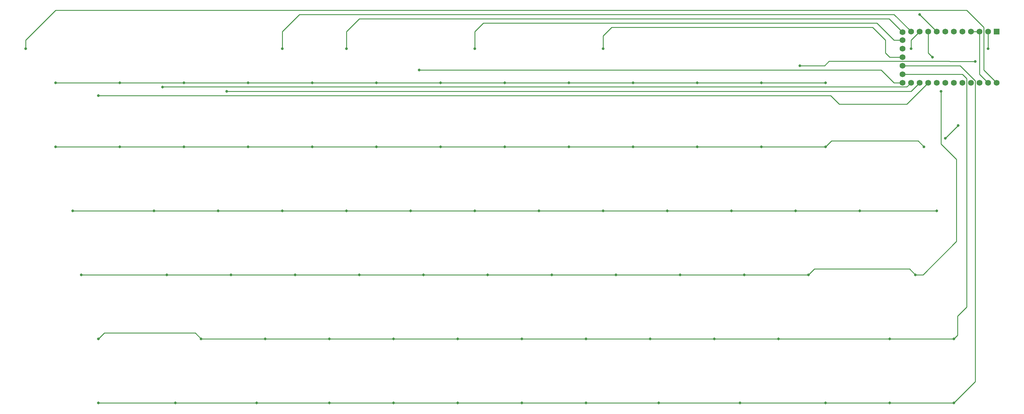
<source format=gbr>
G04 #@! TF.GenerationSoftware,KiCad,Pcbnew,(5.1.6)-1*
G04 #@! TF.CreationDate,2020-08-27T21:51:50+09:00*
G04 #@! TF.ProjectId,keyboard-layouter-playground,6b657962-6f61-4726-942d-6c61796f7574,rev?*
G04 #@! TF.SameCoordinates,Original*
G04 #@! TF.FileFunction,Copper,L1,Top*
G04 #@! TF.FilePolarity,Positive*
%FSLAX46Y46*%
G04 Gerber Fmt 4.6, Leading zero omitted, Abs format (unit mm)*
G04 Created by KiCad (PCBNEW (5.1.6)-1) date 2020-08-27 21:51:50*
%MOMM*%
%LPD*%
G01*
G04 APERTURE LIST*
G04 #@! TA.AperFunction,ComponentPad*
%ADD10C,1.752600*%
G04 #@! TD*
G04 #@! TA.AperFunction,ComponentPad*
%ADD11R,1.752600X1.752600*%
G04 #@! TD*
G04 #@! TA.AperFunction,ViaPad*
%ADD12C,0.800000*%
G04 #@! TD*
G04 #@! TA.AperFunction,Conductor*
%ADD13C,0.250000*%
G04 #@! TD*
G04 APERTURE END LIST*
D10*
G04 #@! TO.P,U1,25*
G04 #@! TO.N,Col7*
X252730000Y5080000D03*
G04 #@! TO.P,U1,26*
G04 #@! TO.N,Row1*
X252730000Y2540000D03*
G04 #@! TO.P,U1,27*
G04 #@! TO.N,Col9*
X252730000Y0D03*
G04 #@! TO.P,U1,28*
G04 #@! TO.N,Row5*
X252730000Y-2540000D03*
G04 #@! TO.P,U1,29*
G04 #@! TO.N,Row4*
X252730000Y-5080000D03*
G04 #@! TO.P,U1,24*
G04 #@! TO.N,Col0*
X280670000Y-7620000D03*
G04 #@! TO.P,U1,12*
G04 #@! TO.N,Col5*
X252730000Y7391400D03*
G04 #@! TO.P,U1,23*
G04 #@! TO.N,GND*
X278130000Y-7620000D03*
G04 #@! TO.P,U1,22*
G04 #@! TO.N,Net-(SW_RST1-Pad1)*
X275590000Y-7620000D03*
G04 #@! TO.P,U1,21*
G04 #@! TO.N,N/C*
X273050000Y-7620000D03*
G04 #@! TO.P,U1,20*
X270510000Y-7620000D03*
G04 #@! TO.P,U1,19*
X267970000Y-7620000D03*
G04 #@! TO.P,U1,18*
X265430000Y-7620000D03*
G04 #@! TO.P,U1,17*
X262890000Y-7620000D03*
G04 #@! TO.P,U1,16*
G04 #@! TO.N,Col1*
X260350000Y-7620000D03*
G04 #@! TO.P,U1,15*
G04 #@! TO.N,Col3*
X257810000Y-7620000D03*
G04 #@! TO.P,U1,14*
G04 #@! TO.N,Col2*
X255270000Y-7620000D03*
G04 #@! TO.P,U1,13*
G04 #@! TO.N,Col6*
X252730000Y-7620000D03*
G04 #@! TO.P,U1,11*
G04 #@! TO.N,Col4*
X255270000Y7620000D03*
G04 #@! TO.P,U1,10*
G04 #@! TO.N,Row3*
X257810000Y7620000D03*
G04 #@! TO.P,U1,9*
G04 #@! TO.N,Row2*
X260350000Y7620000D03*
G04 #@! TO.P,U1,8*
G04 #@! TO.N,Col8*
X262890000Y7620000D03*
G04 #@! TO.P,U1,7*
G04 #@! TO.N,Row0*
X265430000Y7620000D03*
G04 #@! TO.P,U1,6*
G04 #@! TO.N,Col10*
X267970000Y7620000D03*
G04 #@! TO.P,U1,5*
G04 #@! TO.N,Col11*
X270510000Y7620000D03*
G04 #@! TO.P,U1,4*
G04 #@! TO.N,GND*
X273050000Y7620000D03*
G04 #@! TO.P,U1,3*
X275590000Y7620000D03*
G04 #@! TO.P,U1,2*
G04 #@! TO.N,Col12*
X278130000Y7620000D03*
D11*
G04 #@! TO.P,U1,1*
G04 #@! TO.N,Col13*
X280670000Y7620000D03*
G04 #@! TD*
D12*
G04 #@! TO.N,Row0*
X229870000Y-7620000D03*
X210820000Y-7620000D03*
X191770000Y-7620000D03*
X172720000Y-7620000D03*
X153670000Y-7620000D03*
X134620000Y-7620000D03*
X115570000Y-7620000D03*
X96520000Y-7620000D03*
X77470000Y-7620000D03*
X58420000Y-7620000D03*
X39370000Y-7620000D03*
X20320000Y-7620000D03*
X1270000Y-7620000D03*
G04 #@! TO.N,Row1*
X259080000Y-26670000D03*
X229870000Y-26670000D03*
X210820000Y-26670000D03*
X191770000Y-26670000D03*
X172720000Y-26670000D03*
X153670000Y-26670000D03*
X134620000Y-26670000D03*
X115570000Y-26670000D03*
X96520000Y-26670000D03*
X77470000Y-26670000D03*
X58420000Y-26670000D03*
X39370000Y-26670000D03*
X20320000Y-26670000D03*
X1270000Y-26670000D03*
G04 #@! TO.N,Row2*
X262890000Y-45720000D03*
X240030000Y-45720000D03*
X220980000Y-45720000D03*
X201930000Y-45720000D03*
X182880000Y-45720000D03*
X163830000Y-45720000D03*
X144780000Y-45720000D03*
X125730000Y-45720000D03*
X106680000Y-45720000D03*
X87630000Y-45720000D03*
X68580000Y-45720000D03*
X49530000Y-45720000D03*
X30480000Y-45720000D03*
X6350000Y-45720000D03*
X261620000Y0D03*
X269240000Y-20320000D03*
X265430000Y-24130000D03*
G04 #@! TO.N,Row3*
X256540000Y-64770000D03*
X224790000Y-64770000D03*
X205740000Y-64770000D03*
X186690000Y-64770000D03*
X167640000Y-64770000D03*
X148590000Y-64770000D03*
X129540000Y-64770000D03*
X110490000Y-64770000D03*
X91440000Y-64770000D03*
X72390000Y-64770000D03*
X53340000Y-64770000D03*
X34290000Y-64770000D03*
X8890000Y-64770000D03*
X264160000Y-10160000D03*
X255270000Y2540000D03*
G04 #@! TO.N,Row4*
X267970000Y-83820000D03*
X248920000Y-83820000D03*
X215900000Y-83820000D03*
X196850000Y-83820000D03*
X177800000Y-83820000D03*
X158750000Y-83820000D03*
X139700000Y-83820000D03*
X120650000Y-83820000D03*
X101600000Y-83820000D03*
X82550000Y-83820000D03*
X63500000Y-83820000D03*
X44450000Y-83820000D03*
X13970000Y-83820000D03*
G04 #@! TO.N,Row5*
X267970000Y-102870000D03*
X248920000Y-102870000D03*
X229870000Y-102870000D03*
X204470000Y-102870000D03*
X180340000Y-102870000D03*
X158750000Y-102870000D03*
X139700000Y-102870000D03*
X120650000Y-102870000D03*
X101600000Y-102870000D03*
X82550000Y-102870000D03*
X60960000Y-102870000D03*
X36830000Y-102870000D03*
X13970000Y-102870000D03*
G04 #@! TO.N,Col0*
X-7620000Y2540000D03*
G04 #@! TO.N,Col1*
X13970000Y-11430000D03*
G04 #@! TO.N,Col2*
X33020000Y-8890000D03*
G04 #@! TO.N,Col3*
X52070000Y-10160000D03*
G04 #@! TO.N,Col4*
X68580000Y2540000D03*
G04 #@! TO.N,Col5*
X87630000Y2540000D03*
G04 #@! TO.N,Col6*
X109220000Y-3810000D03*
G04 #@! TO.N,Col7*
X125730000Y2540000D03*
G04 #@! TO.N,Col8*
X257810000Y12700000D03*
G04 #@! TO.N,Col9*
X163830000Y2540000D03*
G04 #@! TO.N,Col12*
X222250000Y-2540000D03*
X278130000Y2540000D03*
X274320000Y-1270000D03*
G04 #@! TD*
D13*
G04 #@! TO.N,Row0*
X1270000Y-7620000D02*
X20320000Y-7620000D01*
X20320000Y-7620000D02*
X39370000Y-7620000D01*
X39370000Y-7620000D02*
X58420000Y-7620000D01*
X58420000Y-7620000D02*
X77470000Y-7620000D01*
X77470000Y-7620000D02*
X96520000Y-7620000D01*
X96520000Y-7620000D02*
X115570000Y-7620000D01*
X115570000Y-7620000D02*
X134620000Y-7620000D01*
X134620000Y-7620000D02*
X153670000Y-7620000D01*
X153670000Y-7620000D02*
X172720000Y-7620000D01*
X172720000Y-7620000D02*
X191770000Y-7620000D01*
X191770000Y-7620000D02*
X210820000Y-7620000D01*
X210820000Y-7620000D02*
X229870000Y-7620000D01*
G04 #@! TO.N,Row1*
X231603901Y-24936099D02*
X229870000Y-26670000D01*
X257346099Y-24936099D02*
X231603901Y-24936099D01*
X259080000Y-26670000D02*
X257346099Y-24936099D01*
X229870000Y-26670000D02*
X210820000Y-26670000D01*
X210820000Y-26670000D02*
X191770000Y-26670000D01*
X191770000Y-26670000D02*
X172720000Y-26670000D01*
X172720000Y-26670000D02*
X153670000Y-26670000D01*
X153670000Y-26670000D02*
X134620000Y-26670000D01*
X134620000Y-26670000D02*
X115570000Y-26670000D01*
X115570000Y-26670000D02*
X96520000Y-26670000D01*
X96520000Y-26670000D02*
X77470000Y-26670000D01*
X58420000Y-26670000D02*
X77470000Y-26670000D01*
X58420000Y-26670000D02*
X39370000Y-26670000D01*
X39370000Y-26670000D02*
X20320000Y-26670000D01*
X20320000Y-26670000D02*
X1270000Y-26670000D01*
G04 #@! TO.N,Row2*
X262890000Y-45720000D02*
X240030000Y-45720000D01*
X240030000Y-45720000D02*
X220980000Y-45720000D01*
X220980000Y-45720000D02*
X201930000Y-45720000D01*
X201930000Y-45720000D02*
X182880000Y-45720000D01*
X182880000Y-45720000D02*
X163830000Y-45720000D01*
X163830000Y-45720000D02*
X144780000Y-45720000D01*
X144780000Y-45720000D02*
X125730000Y-45720000D01*
X125730000Y-45720000D02*
X106680000Y-45720000D01*
X106680000Y-45720000D02*
X87630000Y-45720000D01*
X87630000Y-45720000D02*
X68580000Y-45720000D01*
X68580000Y-45720000D02*
X49530000Y-45720000D01*
X49530000Y-45720000D02*
X30480000Y-45720000D01*
X30480000Y-45720000D02*
X6350000Y-45720000D01*
X260350000Y7620000D02*
X260350000Y1270000D01*
X260350000Y1270000D02*
X261620000Y0D01*
X261620000Y0D02*
X261620000Y0D01*
X265430000Y-24130000D02*
X269240000Y-20320000D01*
G04 #@! TO.N,Row3*
X226523901Y-63036099D02*
X224790000Y-64770000D01*
X254806099Y-63036099D02*
X226523901Y-63036099D01*
X256540000Y-64770000D02*
X254806099Y-63036099D01*
X224790000Y-64770000D02*
X205740000Y-64770000D01*
X205740000Y-64770000D02*
X186690000Y-64770000D01*
X186690000Y-64770000D02*
X167640000Y-64770000D01*
X167640000Y-64770000D02*
X148590000Y-64770000D01*
X148590000Y-64770000D02*
X129540000Y-64770000D01*
X129540000Y-64770000D02*
X110490000Y-64770000D01*
X110490000Y-64770000D02*
X91440000Y-64770000D01*
X91440000Y-64770000D02*
X72390000Y-64770000D01*
X72390000Y-64770000D02*
X53340000Y-64770000D01*
X53340000Y-64770000D02*
X34290000Y-64770000D01*
X34290000Y-64770000D02*
X8890000Y-64770000D01*
X268705101Y-30403075D02*
X264160000Y-25857974D01*
X268705101Y-54840873D02*
X268705101Y-30403075D01*
X256540000Y-64770000D02*
X258775974Y-64770000D01*
X258775974Y-64770000D02*
X268705101Y-54840873D01*
X264160000Y-25857974D02*
X264160000Y-10160000D01*
X264160000Y-10160000D02*
X264160000Y-10160000D01*
X255270000Y5080000D02*
X257810000Y7620000D01*
X255270000Y2540000D02*
X255270000Y5080000D01*
G04 #@! TO.N,Row4*
X267970000Y-83820000D02*
X248920000Y-83820000D01*
X248920000Y-83820000D02*
X215900000Y-83820000D01*
X215900000Y-83820000D02*
X196850000Y-83820000D01*
X196850000Y-83820000D02*
X177800000Y-83820000D01*
X177800000Y-83820000D02*
X158750000Y-83820000D01*
X158750000Y-83820000D02*
X139700000Y-83820000D01*
X139700000Y-83820000D02*
X120650000Y-83820000D01*
X120650000Y-83820000D02*
X101600000Y-83820000D01*
X101600000Y-83820000D02*
X82550000Y-83820000D01*
X82550000Y-83820000D02*
X63500000Y-83820000D01*
X63500000Y-83820000D02*
X44450000Y-83820000D01*
X15703901Y-82086099D02*
X13970000Y-83820000D01*
X42716099Y-82086099D02*
X15703901Y-82086099D01*
X44450000Y-83820000D02*
X42716099Y-82086099D01*
X269068901Y-82721099D02*
X267970000Y-83820000D01*
X269068901Y-77098495D02*
X269068901Y-82721099D01*
X271798699Y-74368697D02*
X269068901Y-77098495D01*
X271798699Y-6368699D02*
X271798699Y-74368697D01*
X270510000Y-5080000D02*
X271798699Y-6368699D01*
X270510000Y-5080000D02*
X252730000Y-5080000D01*
G04 #@! TO.N,Row5*
X267970000Y-102870000D02*
X248920000Y-102870000D01*
X248920000Y-102870000D02*
X229870000Y-102870000D01*
X229870000Y-102870000D02*
X204470000Y-102870000D01*
X204470000Y-102870000D02*
X180340000Y-102870000D01*
X180340000Y-102870000D02*
X158750000Y-102870000D01*
X158750000Y-102870000D02*
X139700000Y-102870000D01*
X139700000Y-102870000D02*
X120650000Y-102870000D01*
X120650000Y-102870000D02*
X101600000Y-102870000D01*
X101600000Y-102870000D02*
X82550000Y-102870000D01*
X82550000Y-102870000D02*
X60960000Y-102870000D01*
X60960000Y-102870000D02*
X36830000Y-102870000D01*
X36830000Y-102870000D02*
X13970000Y-102870000D01*
X274301301Y-7019375D02*
X269821926Y-2540000D01*
X274301301Y-96538699D02*
X274301301Y-7019375D01*
X267970000Y-102870000D02*
X274301301Y-96538699D01*
X252730000Y-2540000D02*
X269821926Y-2540000D01*
G04 #@! TO.N,Col0*
X-7620000Y2540000D02*
X-7620000Y5080000D01*
X-7620000Y5080000D02*
X1270000Y13970000D01*
X1270000Y13970000D02*
X271780000Y13970000D01*
X271780000Y13970000D02*
X276860000Y8890000D01*
X276860000Y-3810000D02*
X280670000Y-7620000D01*
X276860000Y8890000D02*
X276860000Y-3810000D01*
G04 #@! TO.N,Col1*
X13970000Y-11430000D02*
X13970000Y-11430000D01*
X254000000Y-13970000D02*
X260350000Y-7620000D01*
X233915002Y-13970000D02*
X254000000Y-13970000D01*
X13970000Y-11430000D02*
X231375002Y-11430000D01*
X231375002Y-11430000D02*
X233915002Y-13970000D01*
G04 #@! TO.N,Col2*
X33020000Y-8890000D02*
X33020000Y-8890000D01*
X33020000Y-8890000D02*
X33038699Y-8871301D01*
X254018699Y-8871301D02*
X255270000Y-7620000D01*
X33038699Y-8871301D02*
X254018699Y-8871301D01*
G04 #@! TO.N,Col3*
X52070000Y-10160000D02*
X52070000Y-10160000D01*
X255270000Y-10160000D02*
X257810000Y-7620000D01*
X52070000Y-10160000D02*
X255270000Y-10160000D01*
G04 #@! TO.N,Col4*
X247650000Y12700000D02*
X73660000Y12700000D01*
X73660000Y12700000D02*
X68580000Y7620000D01*
X68580000Y7620000D02*
X68580000Y2540000D01*
X68580000Y2540000D02*
X68580000Y2540000D01*
X247650000Y12700000D02*
X250190000Y12700000D01*
X250190000Y12700000D02*
X254916440Y7973560D01*
G04 #@! TO.N,Col5*
X251960008Y7119992D02*
X252730000Y7119992D01*
X91440000Y11430000D02*
X248691400Y11430000D01*
X248691400Y11430000D02*
X252730000Y7391400D01*
X87630000Y2540000D02*
X87630000Y7620000D01*
X87630000Y7620000D02*
X91440000Y11430000D01*
G04 #@! TO.N,Col6*
X250190000Y-7620000D02*
X246380000Y-3810000D01*
X246380000Y-3810000D02*
X109220000Y-3810000D01*
X109220000Y-3810000D02*
X109220000Y-3810000D01*
X250190000Y-7620000D02*
X252730000Y-7620000D01*
G04 #@! TO.N,Col7*
X125730000Y2540000D02*
X125730000Y2540000D01*
X250190000Y5080000D02*
X252730000Y5080000D01*
X245110000Y10160000D02*
X250190000Y5080000D01*
X128270000Y10160000D02*
X245110000Y10160000D01*
X125730000Y2540000D02*
X125730000Y7620000D01*
X125730000Y7620000D02*
X128270000Y10160000D01*
G04 #@! TO.N,Col8*
X262890000Y7620000D02*
X257810000Y12700000D01*
X257810000Y12700000D02*
X257810000Y12700000D01*
G04 #@! TO.N,Col9*
X166370000Y8890000D02*
X163830000Y6350000D01*
X163830000Y6350000D02*
X163830000Y2540000D01*
X163830000Y2540000D02*
X163830000Y2540000D01*
X243840000Y8890000D02*
X247650000Y5080000D01*
X243840000Y8890000D02*
X166370000Y8890000D01*
X247650000Y1270000D02*
X248920000Y0D01*
X247650000Y5080000D02*
X247650000Y1270000D01*
X248920000Y0D02*
X250190000Y0D01*
X250190000Y0D02*
X252730000Y0D01*
G04 #@! TO.N,Col12*
X230854673Y-1251301D02*
X229565974Y-2540000D01*
X229565974Y-2540000D02*
X222250000Y-2540000D01*
X222250000Y-2540000D02*
X222250000Y-2540000D01*
X278130000Y7620000D02*
X278130000Y2540000D01*
X278130000Y2540000D02*
X278130000Y2540000D01*
X266700000Y-1270000D02*
X266681301Y-1251301D01*
X274320000Y-1270000D02*
X266700000Y-1270000D01*
X266718699Y-1251301D02*
X266681301Y-1251301D01*
X266681301Y-1251301D02*
X230854673Y-1251301D01*
G04 #@! TO.N,GND*
X273050000Y7620000D02*
X275590000Y7620000D01*
X275590000Y-5080000D02*
X278130000Y-7620000D01*
X275590000Y7620000D02*
X275590000Y-5080000D01*
G04 #@! TD*
M02*

</source>
